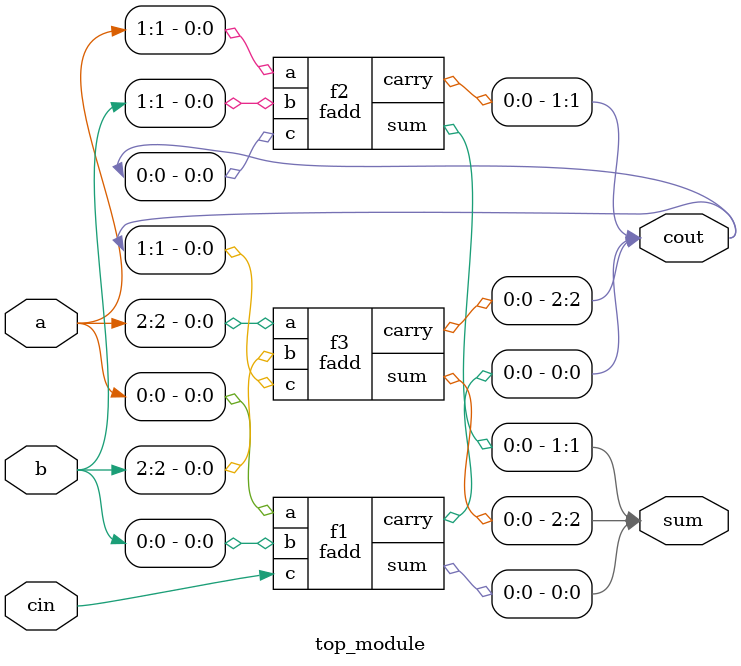
<source format=v>
module fadd(input a, b, c, output sum ,carry);
    assign sum = a^b^c;
    assign carry = a&b | b&c | c&a;
endmodule
module top_module( 
    input [2:0] a, b,
    input cin,
    output [2:0] cout,
    output [2:0] sum );
    
    fadd f1(a[0],b[0],cin,sum[0],cout[0]);
    fadd f2(a[1],b[1],cout[0],sum[1], cout[1]);
    fadd f3(a[2],b[2],cout[1],sum[2],cout[2]);

endmodule


    


</source>
